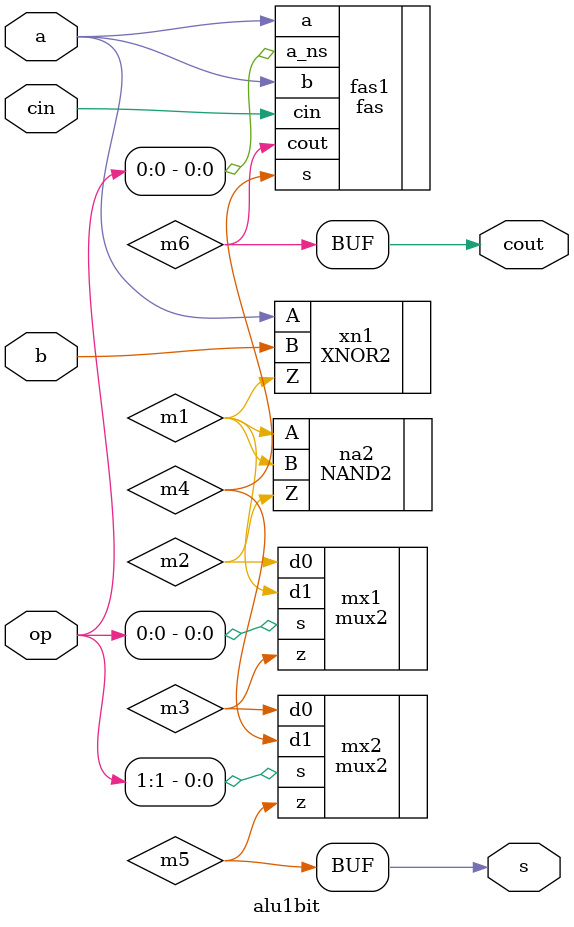
<source format=v>
module alu1bit (
    input wire a,           // Input bit a
    input wire b,           // Input bit b
    input wire cin,         // Carry in
    input wire [1:0] op,    // Operation
    output wire s,          // Output S
    output wire cout        // Carry out
);

// Put your code here
// ------------------

// internal veriables
	wire m1;
	wire m2;
	wire m3;
	wire m4;
	wire m5; 
	wire m6;

// istantiate the first mux2	
	mux2 mx1(.d0(m2),
			 .d1(m1),
			 .s(op[0]),
			 .z(m3)
			);
			
// istantiate the second mux2	
	mux2 mx2(.d0(m3),
			 .d1(m4),
			 .s(op[1]),
			 .z(m5)
			);
			
// istantiate the only fas	
	fas fas1(.a(a),
			 .b(a),
			 .cin(cin),
			 .a_ns(op[0]),
			 .s(m4),
			 .cout(m6)
			);
			
// istantiate the only nand2
	NAND2 #(.Tpdlh(1), .Tpdhl(3)) 
		na2(.A(m1),
		  .B(m1),
		  .Z(m2)
		);
		
// instantiate the only xnor2
	XNOR2 #(.Tpdlh(6), .Tpdhl(8))
			xn1(.A(a),
			  .B(b),
			  .Z(m1)
			);			

//the second mux2 output is connected to the s output
	assign s = m5;

//the  fas output is connected to the cout output
	assign cout = m6;
	
// End of your code

endmodule

</source>
